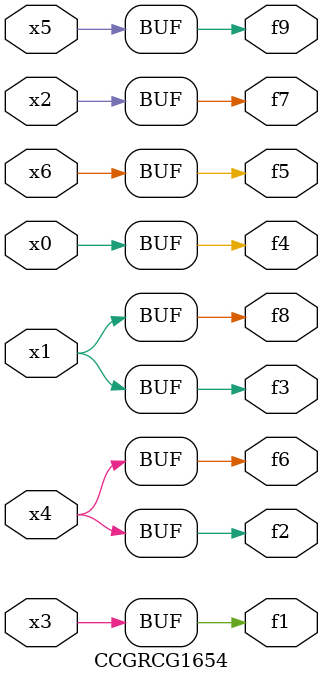
<source format=v>
module CCGRCG1654(
	input x0, x1, x2, x3, x4, x5, x6,
	output f1, f2, f3, f4, f5, f6, f7, f8, f9
);
	assign f1 = x3;
	assign f2 = x4;
	assign f3 = x1;
	assign f4 = x0;
	assign f5 = x6;
	assign f6 = x4;
	assign f7 = x2;
	assign f8 = x1;
	assign f9 = x5;
endmodule

</source>
